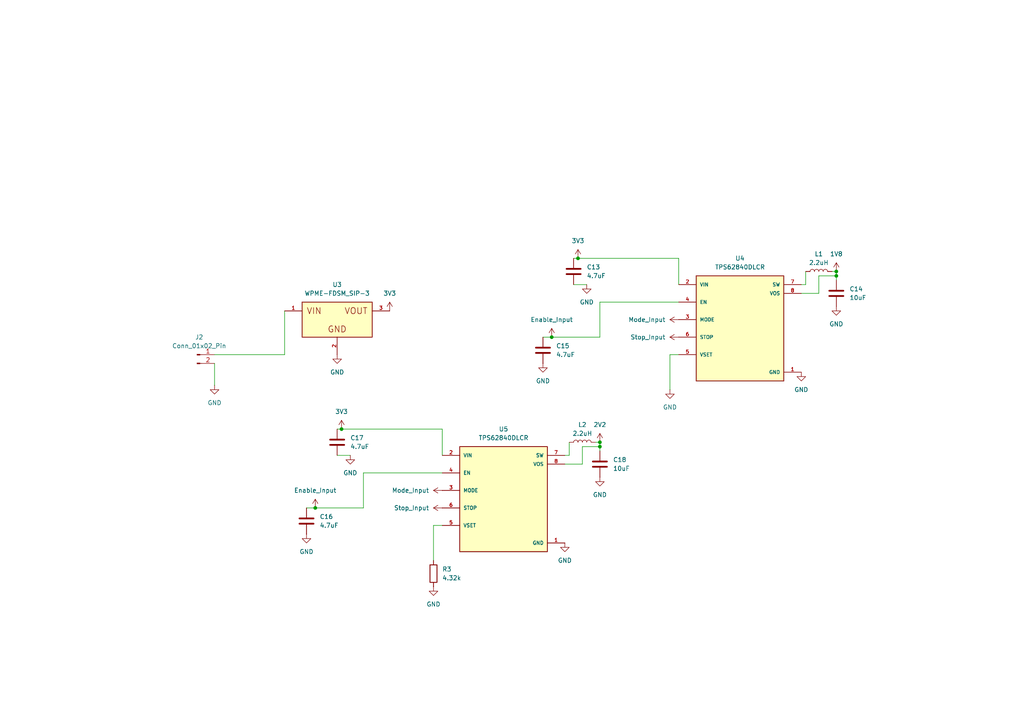
<source format=kicad_sch>
(kicad_sch (version 20250114) (generator "eeschema") (generator_version "9.0")
  (paper "A4")
  (lib_symbols
    (symbol "Connector:Conn_01x02_Pin" (pin_names (offset 1.016) (hide yes))
      (property "Reference" "J" (at 0 2.54 0))
      (property "Value" "Conn_01x02_Pin" (at 0 -5.08 0))
      (symbol "Conn_01x02_Pin_1_1"
        (rectangle (start 0.8636 0.127) (end 0 -0.127) (stroke (width 0.1524)) (fill (type outline)))
        (rectangle (start 0.8636 -2.413) (end 0 -2.667) (stroke (width 0.1524)) (fill (type outline)))
        (polyline (pts (xy 1.27 0) (xy 0.8636 0)) (stroke (width 0.1524)))
        (polyline (pts (xy 1.27 -2.54) (xy 0.8636 -2.54)) (stroke (width 0.1524)))
        (pin passive line (at 5.08 0 180) (length 3.81) (name "Pin_1") (number "1"))
        (pin passive line (at 5.08 -2.54 180) (length 3.81) (name "Pin_2") (number "2"))
      )
    )
    (symbol "Device:C" (pin_numbers (hide yes)) (pin_names (offset 0.254))
      (property "Reference" "C" (at 0.635 2.54 0))
      (property "Value" "C" (at 0.635 -2.54 0))
      (symbol "C_0_1"
        (polyline (pts (xy -2.032 0.762) (xy 2.032 0.762)) (stroke (width 0.508)))
        (polyline (pts (xy -2.032 -0.762) (xy 2.032 -0.762)) (stroke (width 0.508)))
      )
      (symbol "C_1_1"
        (pin passive line (at 0 3.81 270) (length 2.794) (name "~") (number "1"))
        (pin passive line (at 0 -3.81 90) (length 2.794) (name "~") (number "2"))
      )
    )
    (symbol "Device:L" (pin_numbers (hide yes)) (pin_names (offset 1.016) (hide yes))
      (property "Reference" "L" (at -1.27 0 90))
      (property "Value" "L" (at 1.905 0 90))
      (symbol "L_0_1"
        (arc (start 0 2.54) (mid 0.6323 1.905) (end 0 1.27))
        (arc (start 0 1.27) (mid 0.6323 0.635) (end 0 0))
        (arc (start 0 0) (mid 0.6323 -0.635) (end 0 -1.27))
        (arc (start 0 -1.27) (mid 0.6323 -1.905) (end 0 -2.54))
      )
      (symbol "L_1_1"
        (pin passive line (at 0 3.81 270) (length 1.27) (name "1") (number "1"))
        (pin passive line (at 0 -3.81 90) (length 1.27) (name "2") (number "2"))
      )
    )
    (symbol "Device:R" (pin_numbers (hide yes)) (pin_names (offset 0))
      (property "Reference" "R" (at 2.032 0 90))
      (property "Value" "R" (at 0 0 90))
      (symbol "R_0_1"
        (rectangle (start -1.016 -2.54) (end 1.016 2.54) (stroke (width 0.254)))
      )
      (symbol "R_1_1"
        (pin passive line (at 0 3.81 270) (length 1.27) (name "~") (number "1"))
        (pin passive line (at 0 -3.81 90) (length 1.27) (name "~") (number "2"))
      )
    )
    (symbol "TPS62840DLCR:TPS62840DLCR" (pin_names (offset 1.016))
      (property "Reference" "U" (at -12.7 16.24 0))
      (property "Value" "TPS62840DLCR" (at -12.7 -19.24 0))
      (symbol "TPS62840DLCR_0_0"
        (rectangle (start -12.7 -15.24) (end 12.7 15.24) (stroke (width 0.254)) (fill (type background)))
        (pin power_in line (at -17.78 12.7 0) (length 5.08) (name "VIN") (number "2"))
        (pin input line (at -17.78 7.62 0) (length 5.08) (name "EN") (number "4"))
        (pin input line (at -17.78 2.54 0) (length 5.08) (name "MODE") (number "3"))
        (pin input line (at -17.78 -2.54 0) (length 5.08) (name "STOP") (number "6"))
        (pin input line (at -17.78 -7.62 0) (length 5.08) (name "VSET") (number "5"))
        (pin power_in line (at 17.78 12.7 180) (length 5.08) (name "SW") (number "7"))
        (pin input line (at 17.78 10.16 180) (length 5.08) (name "VOS") (number "8"))
        (pin power_in line (at 17.78 -12.7 180) (length 5.08) (name "GND") (number "1"))
      )
    )
    (symbol "WPME-FDSM_SIP-3:WPME-FDSM_SIP-3" (pin_names (offset 1.016))
      (property "Reference" "U" (at 0 6.82 0))
      (property "Value" "WPME-FDSM_SIP-3" (at 4.75 -8.66 0))
      (symbol "WPME-FDSM_SIP-3_0_0"
        (rectangle (start -10.16 -5.08) (end 10.16 5.08) (stroke (width 0.254)) (fill (type background)))
        (text "VIN" (at -8.89 2.54 0) (effects (font (size 1.778 1.778)) (justify left)))
        (text "GND" (at 0 -3.81 0) (effects (font (size 1.778 1.778)) (justify bottom)))
        (text "VOUT" (at 8.89 2.54 0) (effects (font (size 1.778 1.778)) (justify right)))
        (pin passive line (at -15.24 2.54 0) (length 5.08) (name "~") (number "1"))
        (pin passive line (at 0 -10.16 90) (length 5.08) (name "~") (number "2"))
        (pin passive line (at 15.24 2.54 180) (length 5.08) (name "~") (number "3"))
      )
    )
    (symbol "power:GND" (power) (pin_numbers (hide yes)) (pin_names (offset 0) (hide yes))
      (property "Value" "GND" (at 0 -3.81 0))
      (symbol "GND_0_1"
        (polyline (pts (xy 0 0) (xy 0 -1.27) (xy 1.27 -1.27) (xy 0 -2.54) (xy -1.27 -1.27) (xy 0 -1.27)))
      )
      (symbol "GND_1_1"
        (pin power_in line (at 0 0 270) (length 0) (name "~") (number "1"))
      )
    )
    (symbol "power:VDD" (power) (pin_numbers (hide yes)) (pin_names (offset 0) (hide yes))
      (property "Value" "VDD" (at 0 3.556 0))
      (symbol "VDD_0_1"
        (polyline (pts (xy -0.762 1.27) (xy 0 2.54)))
        (polyline (pts (xy 0 2.54) (xy 0.762 1.27)))
        (polyline (pts (xy 0 0) (xy 0 2.54)))
      )
      (symbol "VDD_1_1"
        (pin power_in line (at 0 0 90) (length 0) (name "~") (number "1"))
      )
    )
  )
  (junction (at 242.57 78.74))
  (junction (at 99.06 124.46))
  (junction (at 167.64 74.93))
  (junction (at 173.99 129.54))
  (junction (at 173.99 128.27))
  (junction (at 91.44 147.32))
  (junction (at 160.02 97.79))
  (junction (at 242.57 80.01))
  (wire (pts (xy 125.73 152.4) (xy 128.27 152.4)))
  (wire (pts (xy 168.91 134.62) (xy 168.91 129.54)))
  (wire (pts (xy 97.79 124.46) (xy 99.06 124.46)))
  (wire (pts (xy 172.72 128.27) (xy 173.99 128.27)))
  (wire (pts (xy 91.44 147.32) (xy 88.9 147.32)))
  (wire (pts (xy 173.99 87.63) (xy 173.99 97.79)))
  (wire (pts (xy 165.1 132.08) (xy 165.1 128.27)))
  (wire (pts (xy 105.41 137.16) (xy 105.41 147.32)))
  (wire (pts (xy 128.27 124.46) (xy 128.27 132.08)))
  (wire (pts (xy 128.27 137.16) (xy 105.41 137.16)))
  (wire (pts (xy 105.41 147.32) (xy 91.44 147.32)))
  (wire (pts (xy 160.02 97.79) (xy 157.48 97.79)))
  (wire (pts (xy 232.41 85.09) (xy 237.49 85.09)))
  (wire (pts (xy 173.99 129.54) (xy 173.99 130.81)))
  (wire (pts (xy 196.85 74.93) (xy 196.85 82.55)))
  (wire (pts (xy 62.23 105.41) (xy 62.23 111.76)))
  (wire (pts (xy 125.73 162.56) (xy 125.73 152.4)))
  (wire (pts (xy 232.41 82.55) (xy 233.68 82.55)))
  (wire (pts (xy 237.49 85.09) (xy 237.49 80.01)))
  (wire (pts (xy 237.49 80.01) (xy 242.57 80.01)))
  (wire (pts (xy 97.79 132.08) (xy 101.6 132.08)))
  (wire (pts (xy 82.55 102.87) (xy 82.55 90.17)))
  (wire (pts (xy 194.31 102.87) (xy 196.85 102.87)))
  (wire (pts (xy 241.3 78.74) (xy 242.57 78.74)))
  (wire (pts (xy 233.68 82.55) (xy 233.68 78.74)))
  (wire (pts (xy 168.91 129.54) (xy 173.99 129.54)))
  (wire (pts (xy 173.99 97.79) (xy 160.02 97.79)))
  (wire (pts (xy 62.23 102.87) (xy 82.55 102.87)))
  (wire (pts (xy 167.64 74.93) (xy 196.85 74.93)))
  (wire (pts (xy 99.06 124.46) (xy 128.27 124.46)))
  (wire (pts (xy 166.37 82.55) (xy 170.18 82.55)))
  (wire (pts (xy 242.57 80.01) (xy 242.57 81.28)))
  (wire (pts (xy 163.83 132.08) (xy 165.1 132.08)))
  (wire (pts (xy 196.85 87.63) (xy 173.99 87.63)))
  (wire (pts (xy 194.31 113.03) (xy 194.31 102.87)))
  (wire (pts (xy 166.37 74.93) (xy 167.64 74.93)))
  (wire (pts (xy 242.57 78.74) (xy 242.57 80.01)))
  (wire (pts (xy 173.99 128.27) (xy 173.99 129.54)))
  (wire (pts (xy 163.83 134.62) (xy 168.91 134.62)))
  (symbol (lib_id "power:VDD") (at 196.85 92.71 90) (unit 1)
    (property "Reference" "#PWR030" (effects (hide yes)))
    (property "Value" "Mode_Input" (at 193.04 92.7099 90) (effects (justify left)))
    (property "Description" "Power symbol creates a global label with name \"VDD\"" (effects (hide yes)))
  )
  (symbol (lib_id "Device:L") (at 237.49 78.74 90) (unit 1)
    (property "Reference" "L1" (at 237.49 73.66 90))
    (property "Value" "2.2uH" (at 237.49 76.2 90))
    (property "Description" "Inductor" (effects (hide yes)))
  )
  (symbol (lib_id "Device:C") (at 88.9 151.13 0) (unit 1)
    (property "Reference" "C16" (at 92.71 149.8599 0) (effects (justify left)))
    (property "Value" "4.7uF" (at 92.71 152.3999 0) (effects (justify left)))
    (property "Description" "Unpolarized capacitor" (effects (hide yes)))
  )
  (symbol (lib_id "Device:C") (at 173.99 134.62 0) (unit 1)
    (property "Reference" "C18" (at 177.8 133.3499 0) (effects (justify left)))
    (property "Value" "10uF" (at 177.8 135.8899 0) (effects (justify left)))
    (property "Description" "Unpolarized capacitor" (effects (hide yes)))
  )
  (symbol (lib_id "TPS62840DLCR:TPS62840DLCR") (at 146.05 144.78 0) (unit 1)
    (property "Reference" "U5" (at 146.05 124.46 0))
    (property "Value" "TPS62840DLCR" (at 146.05 127 0))
    (property "Footprint" "TPS62840DLCR:SON50P200X150X100-8N" (effects (hide yes)))
    (property "MF" "Texas Instruments" (effects (hide yes)))
    (property "MOUSER-PURCHASE-URL" "https://snapeda.com/shop?store=Mouser&id=4216699" (effects (hide yes)))
    (property "DESCRIPTION" "60-nA IQ, 1.8-V to 6.5-VIN, high-efficiency 750-mA step-down converter 8-VSON-HR -40 to 125" (effects (hide yes)))
    (property "PACKAGE" "VSON-HR-8 Texas Instruments" (effects (hide yes)))
    (property "PRICE" "None" (effects (hide yes)))
    (property "MP" "TPS62840DLCR" (effects (hide yes)))
    (property "TEXAS_INSTRUMENTS-PURCHASE-URL" "https://snapeda.com/shop?store=Texas+Instruments&id=4216699" (effects (hide yes)))
    (property "AVAILABILITY" "Warning" (effects (hide yes)))
  )
  (symbol (lib_id "Device:R") (at 125.73 166.37 0) (unit 1)
    (property "Reference" "R3" (at 128.27 165.0999 0) (effects (justify left)))
    (property "Value" "4.32k" (at 128.27 167.6399 0) (effects (justify left)))
    (property "Description" "Resistor" (effects (hide yes)))
  )
  (symbol (lib_id "WPME-FDSM_SIP-3:WPME-FDSM_SIP-3") (at 97.79 92.71 0) (unit 1)
    (property "Reference" "U3" (at 97.79 82.55 0))
    (property "Value" "WPME-FDSM_SIP-3" (at 97.79 85.09 0))
    (property "Footprint" "WPME-FDSM_SIP-3:WPME-FDSM_173010X78" (effects (hide yes)))
  )
  (symbol (lib_id "power:GND") (at 88.9 154.94 0) (unit 1)
    (property "Reference" "#PWR032" (effects (hide yes)))
    (property "Value" "GND" (at 88.9 160.02 0))
    (property "Description" "Power symbol creates a global label with name \"GND\" , ground" (effects (hide yes)))
  )
  (symbol (lib_id "power:GND") (at 101.6 132.08 0) (unit 1)
    (property "Reference" "#PWR035" (effects (hide yes)))
    (property "Value" "GND" (at 101.6 137.16 0))
    (property "Description" "Power symbol creates a global label with name \"GND\" , ground" (effects (hide yes)))
  )
  (symbol (lib_id "power:VDD") (at 128.27 142.24 90) (unit 1)
    (property "Reference" "#PWR037" (effects (hide yes)))
    (property "Value" "Mode_Input" (at 124.46 142.2399 90) (effects (justify left)))
    (property "Description" "Power symbol creates a global label with name \"VDD\"" (effects (hide yes)))
  )
  (symbol (lib_id "power:VDD") (at 196.85 97.79 90) (unit 1)
    (property "Reference" "#PWR031" (effects (hide yes)))
    (property "Value" "Stop_Input" (at 193.04 97.7899 90) (effects (justify left)))
    (property "Description" "Power symbol creates a global label with name \"VDD\"" (effects (hide yes)))
  )
  (symbol (lib_id "power:GND") (at 194.31 113.03 0) (unit 1)
    (property "Reference" "#PWR024" (effects (hide yes)))
    (property "Value" "GND" (at 194.31 118.11 0))
    (property "Description" "Power symbol creates a global label with name \"GND\" , ground" (effects (hide yes)))
  )
  (symbol (lib_id "power:GND") (at 125.73 170.18 0) (unit 1)
    (property "Reference" "#PWR036" (effects (hide yes)))
    (property "Value" "GND" (at 125.73 175.26 0))
    (property "Description" "Power symbol creates a global label with name \"GND\" , ground" (effects (hide yes)))
  )
  (symbol (lib_id "power:GND") (at 163.83 157.48 0) (unit 1)
    (property "Reference" "#PWR039" (effects (hide yes)))
    (property "Value" "GND" (at 163.83 162.56 0))
    (property "Description" "Power symbol creates a global label with name \"GND\" , ground" (effects (hide yes)))
  )
  (symbol (lib_id "Connector:Conn_01x02_Pin") (at 57.15 102.87 0) (unit 1)
    (property "Reference" "J2" (at 57.785 97.79 0))
    (property "Value" "Conn_01x02_Pin" (at 57.785 100.33 0))
    (property "Description" "Generic connector, single row, 01x02, script generated" (effects (hide yes)))
  )
  (symbol (lib_id "Device:C") (at 242.57 85.09 0) (unit 1)
    (property "Reference" "C14" (at 246.38 83.8199 0) (effects (justify left)))
    (property "Value" "10uF" (at 246.38 86.3599 0) (effects (justify left)))
    (property "Description" "Unpolarized capacitor" (effects (hide yes)))
  )
  (symbol (lib_id "Device:C") (at 166.37 78.74 0) (unit 1)
    (property "Reference" "C13" (at 170.18 77.4699 0) (effects (justify left)))
    (property "Value" "4.7uF" (at 170.18 80.0099 0) (effects (justify left)))
    (property "Description" "Unpolarized capacitor" (effects (hide yes)))
  )
  (symbol (lib_id "Device:C") (at 157.48 101.6 0) (unit 1)
    (property "Reference" "C15" (at 161.29 100.3299 0) (effects (justify left)))
    (property "Value" "4.7uF" (at 161.29 102.8699 0) (effects (justify left)))
    (property "Description" "Unpolarized capacitor" (effects (hide yes)))
  )
  (symbol (lib_id "power:VDD") (at 242.57 78.74 0) (unit 1)
    (property "Reference" "#PWR042" (effects (hide yes)))
    (property "Value" "1V8" (at 242.57 73.66 0))
    (property "Description" "Power symbol creates a global label with name \"VDD\"" (effects (hide yes)))
  )
  (symbol (lib_id "power:VDD") (at 128.27 147.32 90) (unit 1)
    (property "Reference" "#PWR038" (effects (hide yes)))
    (property "Value" "Stop_Input" (at 124.46 147.3199 90) (effects (justify left)))
    (property "Description" "Power symbol creates a global label with name \"VDD\"" (effects (hide yes)))
  )
  (symbol (lib_id "power:GND") (at 170.18 82.55 0) (unit 1)
    (property "Reference" "#PWR025" (effects (hide yes)))
    (property "Value" "GND" (at 170.18 87.63 0))
    (property "Description" "Power symbol creates a global label with name \"GND\" , ground" (effects (hide yes)))
  )
  (symbol (lib_id "power:VDD") (at 91.44 147.32 0) (unit 1)
    (property "Reference" "#PWR033" (effects (hide yes)))
    (property "Value" "Enable_Input" (at 91.44 142.24 0))
    (property "Description" "Power symbol creates a global label with name \"VDD\"" (effects (hide yes)))
  )
  (symbol (lib_id "power:GND") (at 97.79 102.87 0) (unit 1)
    (property "Reference" "#PWR021" (effects (hide yes)))
    (property "Value" "GND" (at 97.79 107.95 0))
    (property "Description" "Power symbol creates a global label with name \"GND\" , ground" (effects (hide yes)))
  )
  (symbol (lib_id "Device:L") (at 168.91 128.27 90) (unit 1)
    (property "Reference" "L2" (at 168.91 123.19 90))
    (property "Value" "2.2uH" (at 168.91 125.73 90))
    (property "Description" "Inductor" (effects (hide yes)))
  )
  (symbol (lib_id "power:GND") (at 62.23 111.76 0) (unit 1)
    (property "Reference" "#PWR043" (effects (hide yes)))
    (property "Value" "GND" (at 62.23 116.84 0))
    (property "Description" "Power symbol creates a global label with name \"GND\" , ground" (effects (hide yes)))
  )
  (symbol (lib_id "Device:C") (at 97.79 128.27 0) (unit 1)
    (property "Reference" "C17" (at 101.6 126.9999 0) (effects (justify left)))
    (property "Value" "4.7uF" (at 101.6 129.5399 0) (effects (justify left)))
    (property "Description" "Unpolarized capacitor" (effects (hide yes)))
  )
  (symbol (lib_id "power:VDD") (at 99.06 124.46 0) (unit 1)
    (property "Reference" "#PWR034" (effects (hide yes)))
    (property "Value" "3V3" (at 99.06 119.38 0))
    (property "Description" "Power symbol creates a global label with name \"VDD\"" (effects (hide yes)))
  )
  (symbol (lib_id "power:GND") (at 242.57 88.9 0) (unit 1)
    (property "Reference" "#PWR022" (effects (hide yes)))
    (property "Value" "GND" (at 242.57 93.98 0))
    (property "Description" "Power symbol creates a global label with name \"GND\" , ground" (effects (hide yes)))
  )
  (symbol (lib_id "power:GND") (at 157.48 105.41 0) (unit 1)
    (property "Reference" "#PWR026" (effects (hide yes)))
    (property "Value" "GND" (at 157.48 110.49 0))
    (property "Description" "Power symbol creates a global label with name \"GND\" , ground" (effects (hide yes)))
  )
  (symbol (lib_id "power:VDD") (at 167.64 74.93 0) (unit 1)
    (property "Reference" "#PWR027" (effects (hide yes)))
    (property "Value" "3V3" (at 167.64 69.85 0))
    (property "Description" "Power symbol creates a global label with name \"VDD\"" (effects (hide yes)))
  )
  (symbol (lib_id "power:GND") (at 173.99 138.43 0) (unit 1)
    (property "Reference" "#PWR040" (effects (hide yes)))
    (property "Value" "GND" (at 173.99 143.51 0))
    (property "Description" "Power symbol creates a global label with name \"GND\" , ground" (effects (hide yes)))
  )
  (symbol (lib_id "power:VDD") (at 113.03 90.17 0) (unit 1)
    (property "Reference" "#PWR029" (effects (hide yes)))
    (property "Value" "3V3" (at 113.03 85.09 0))
    (property "Description" "Power symbol creates a global label with name \"VDD\"" (effects (hide yes)))
  )
  (symbol (lib_id "power:VDD") (at 173.99 128.27 0) (unit 1)
    (property "Reference" "#PWR041" (effects (hide yes)))
    (property "Value" "2V2" (at 173.99 123.19 0))
    (property "Description" "Power symbol creates a global label with name \"VDD\"" (effects (hide yes)))
  )
  (symbol (lib_id "power:VDD") (at 160.02 97.79 0) (unit 1)
    (property "Reference" "#PWR028" (effects (hide yes)))
    (property "Value" "Enable_Input" (at 160.02 92.71 0))
    (property "Description" "Power symbol creates a global label with name \"VDD\"" (effects (hide yes)))
  )
  (symbol (lib_id "TPS62840DLCR:TPS62840DLCR") (at 214.63 95.25 0) (unit 1)
    (property "Reference" "U4" (at 214.63 74.93 0))
    (property "Value" "TPS62840DLCR" (at 214.63 77.47 0))
    (property "Footprint" "TPS62840DLCR:SON50P200X150X100-8N" (effects (hide yes)))
    (property "MF" "Texas Instruments" (effects (hide yes)))
    (property "MOUSER-PURCHASE-URL" "https://snapeda.com/shop?store=Mouser&id=4216699" (effects (hide yes)))
    (property "DESCRIPTION" "60-nA IQ, 1.8-V to 6.5-VIN, high-efficiency 750-mA step-down converter 8-VSON-HR -40 to 125" (effects (hide yes)))
    (property "PACKAGE" "VSON-HR-8 Texas Instruments" (effects (hide yes)))
    (property "PRICE" "None" (effects (hide yes)))
    (property "MP" "TPS62840DLCR" (effects (hide yes)))
    (property "TEXAS_INSTRUMENTS-PURCHASE-URL" "https://snapeda.com/shop?store=Texas+Instruments&id=4216699" (effects (hide yes)))
    (property "AVAILABILITY" "Warning" (effects (hide yes)))
  )
  (symbol (lib_id "power:GND") (at 232.41 107.95 0) (unit 1)
    (property "Reference" "#PWR023" (effects (hide yes)))
    (property "Value" "GND" (at 232.41 113.03 0))
    (property "Description" "Power symbol creates a global label with name \"GND\" , ground" (effects (hide yes)))
  )
)
</source>
